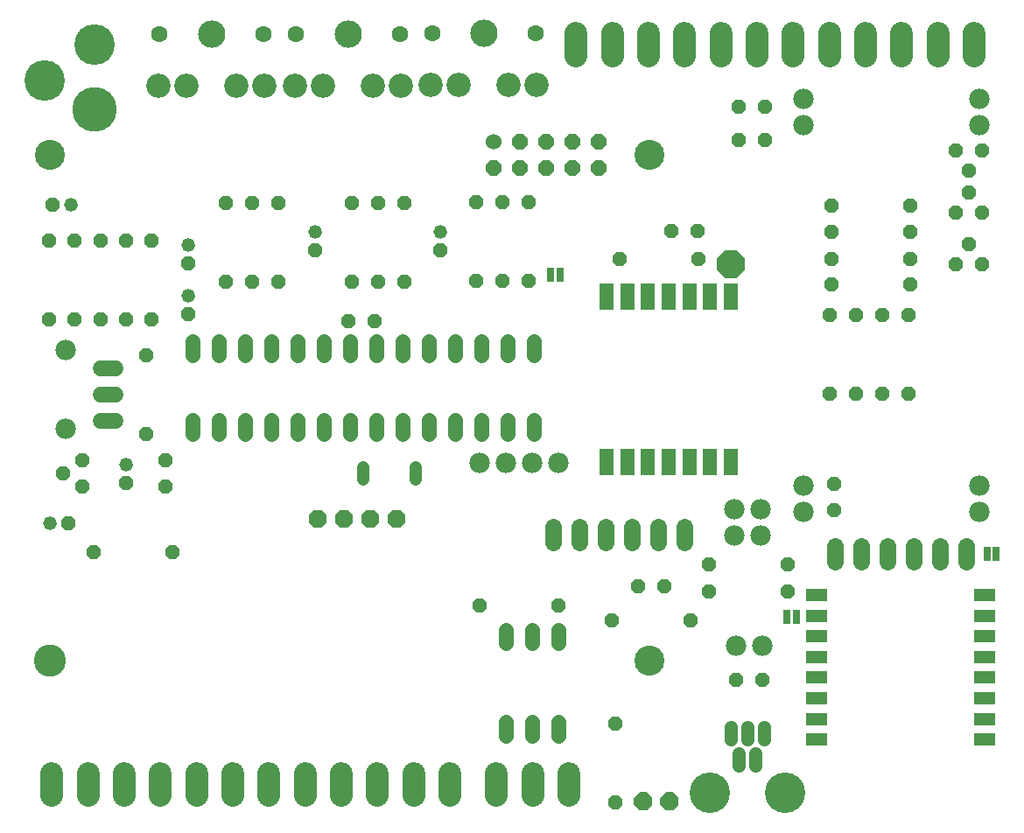
<source format=gts>
G75*
%MOIN*%
%OFA0B0*%
%FSLAX24Y24*%
%IPPOS*%
%LPD*%
%AMOC8*
5,1,8,0,0,1.08239X$1,22.5*
%
%ADD10C,0.1142*%
%ADD11C,0.1221*%
%ADD12C,0.0560*%
%ADD13OC8,0.0560*%
%ADD14C,0.0480*%
%ADD15OC8,0.0670*%
%ADD16OC8,0.1040*%
%ADD17R,0.0540X0.1040*%
%ADD18C,0.1540*%
%ADD19C,0.0516*%
%ADD20C,0.1040*%
%ADD21C,0.0926*%
%ADD22C,0.0631*%
%ADD23OC8,0.0520*%
%ADD24C,0.0520*%
%ADD25C,0.1700*%
%ADD26C,0.1542*%
%ADD27C,0.0640*%
%ADD28C,0.0600*%
%ADD29OC8,0.0600*%
%ADD30C,0.0880*%
%ADD31C,0.0780*%
%ADD32C,0.0600*%
%ADD33R,0.0827X0.0512*%
%ADD34R,0.0290X0.0540*%
%ADD35OC8,0.0700*%
D10*
X024839Y007327D03*
X024839Y026618D03*
X002005Y026618D03*
D11*
X002005Y007327D03*
D12*
X007430Y015974D02*
X007430Y016494D01*
X008430Y016494D02*
X008430Y015974D01*
X009430Y015974D02*
X009430Y016494D01*
X010430Y016494D02*
X010430Y015974D01*
X011430Y015974D02*
X011430Y016494D01*
X012430Y016494D02*
X012430Y015974D01*
X013430Y015974D02*
X013430Y016494D01*
X014430Y016494D02*
X014430Y015974D01*
X015430Y015974D02*
X015430Y016494D01*
X016430Y016494D02*
X016430Y015974D01*
X017430Y015974D02*
X017430Y016494D01*
X018430Y016494D02*
X018430Y015974D01*
X019430Y015974D02*
X019430Y016494D01*
X020430Y016494D02*
X020430Y015974D01*
X020430Y018974D02*
X020430Y019494D01*
X019430Y019494D02*
X019430Y018974D01*
X018430Y018974D02*
X018430Y019494D01*
X017430Y019494D02*
X017430Y018974D01*
X016430Y018974D02*
X016430Y019494D01*
X015430Y019494D02*
X015430Y018974D01*
X014430Y018974D02*
X014430Y019494D01*
X013430Y019494D02*
X013430Y018974D01*
X012430Y018974D02*
X012430Y019494D01*
X011430Y019494D02*
X011430Y018974D01*
X010430Y018974D02*
X010430Y019494D01*
X009430Y019494D02*
X009430Y018974D01*
X008430Y018974D02*
X008430Y019494D01*
X007430Y019494D02*
X007430Y018974D01*
X019357Y008516D02*
X019357Y007996D01*
X020357Y007996D02*
X020357Y008516D01*
X021357Y008516D02*
X021357Y007996D01*
X021357Y004996D02*
X021357Y004476D01*
X020357Y004476D02*
X020357Y004996D01*
X019357Y004996D02*
X019357Y004476D01*
D13*
X023507Y004945D03*
X023507Y001945D03*
X028125Y006594D03*
X029125Y006594D03*
X026385Y008858D03*
X027075Y009982D03*
X027075Y010991D03*
X025396Y010180D03*
X024396Y010180D03*
X023385Y008858D03*
X021365Y009449D03*
X018365Y009449D03*
X030075Y009982D03*
X030075Y010991D03*
X031873Y013083D03*
X031873Y014083D03*
X031690Y017498D03*
X032690Y017498D03*
X033690Y017498D03*
X034690Y017498D03*
X034690Y020498D03*
X033690Y020498D03*
X032690Y020498D03*
X031690Y020498D03*
X031753Y021667D03*
X031751Y022638D03*
X031753Y023667D03*
X031753Y024667D03*
X034753Y024667D03*
X034753Y023667D03*
X034751Y022638D03*
X034753Y021667D03*
X036491Y022441D03*
X036991Y023191D03*
X037491Y022441D03*
X037491Y024409D03*
X036991Y025159D03*
X036491Y024409D03*
X036991Y026022D03*
X036491Y026772D03*
X037491Y026772D03*
X029223Y027165D03*
X028223Y027165D03*
X028223Y028445D03*
X029223Y028445D03*
X026664Y023720D03*
X025664Y023720D03*
X026680Y022638D03*
X023680Y022638D03*
X020225Y021809D03*
X019225Y021809D03*
X018225Y021809D03*
X015480Y021784D03*
X014480Y021784D03*
X013480Y021784D03*
X013361Y020276D03*
X014361Y020276D03*
X010680Y021784D03*
X009680Y021784D03*
X008680Y021784D03*
X005845Y020333D03*
X004877Y020333D03*
X003908Y020333D03*
X002936Y020350D03*
X001952Y020350D03*
X001952Y023350D03*
X002936Y023350D03*
X003908Y023333D03*
X004877Y023333D03*
X005845Y023333D03*
X008680Y024784D03*
X009680Y024784D03*
X010680Y024784D03*
X013480Y024784D03*
X014480Y024784D03*
X015480Y024784D03*
X018225Y024809D03*
X019225Y024809D03*
X020225Y024809D03*
X006381Y014969D03*
X006381Y013969D03*
X005667Y015984D03*
X003231Y014969D03*
X002481Y014469D03*
X003231Y013969D03*
X003660Y011484D03*
X006660Y011484D03*
X005667Y018984D03*
D14*
X013934Y014696D02*
X013934Y014256D01*
X015934Y014256D02*
X015934Y014696D01*
D15*
X015180Y012734D03*
X014180Y012734D03*
X013180Y012734D03*
X012180Y012734D03*
D16*
X027936Y022441D03*
D17*
X027922Y021218D03*
X027135Y021218D03*
X026347Y021218D03*
X025560Y021218D03*
X024773Y021218D03*
X023985Y021218D03*
X023198Y021218D03*
X023198Y014918D03*
X023985Y014918D03*
X024773Y014918D03*
X025560Y014918D03*
X026347Y014918D03*
X027135Y014918D03*
X027922Y014918D03*
D18*
X027110Y002299D03*
X029984Y002299D03*
D19*
X028862Y003339D02*
X028862Y003815D01*
X028547Y004327D02*
X028547Y004802D01*
X027917Y004802D02*
X027917Y004327D01*
X028232Y003815D02*
X028232Y003339D01*
X029177Y004327D02*
X029177Y004802D01*
D20*
X018512Y031231D03*
X013341Y031221D03*
X008141Y031221D03*
D21*
X009086Y029253D03*
X010149Y029253D03*
X011333Y029253D03*
X012396Y029253D03*
X014286Y029253D03*
X015349Y029253D03*
X016504Y029262D03*
X017567Y029262D03*
X019457Y029262D03*
X020520Y029262D03*
X007196Y029253D03*
X006133Y029253D03*
D22*
X006172Y031221D03*
X010109Y031221D03*
X011372Y031221D03*
X015309Y031221D03*
X016543Y031231D03*
X020480Y031231D03*
D23*
X016850Y022959D03*
X012100Y022959D03*
X007267Y022485D03*
X007267Y020543D03*
X002094Y024705D03*
X004904Y014119D03*
X002681Y012582D03*
D24*
X001981Y012582D03*
X004904Y014819D03*
X007267Y021243D03*
X007267Y023185D03*
X002794Y024705D03*
X012100Y023659D03*
X016850Y023659D03*
D25*
X003680Y028330D03*
D26*
X001790Y029452D03*
X003680Y030791D03*
D27*
X021149Y012427D02*
X021149Y011827D01*
X022149Y011827D02*
X022149Y012427D01*
X023149Y012427D02*
X023149Y011827D01*
X024149Y011827D02*
X024149Y012427D01*
X025149Y012427D02*
X025149Y011827D01*
X026149Y011827D02*
X026149Y012427D01*
X031893Y011717D02*
X031893Y011117D01*
X032893Y011117D02*
X032893Y011717D01*
X033893Y011717D02*
X033893Y011117D01*
X034893Y011117D02*
X034893Y011717D01*
X035893Y011717D02*
X035893Y011117D01*
X036893Y011117D02*
X036893Y011717D01*
D28*
X018902Y027118D03*
D29*
X018902Y026118D03*
X019902Y026118D03*
X020902Y026118D03*
X020902Y027118D03*
X019902Y027118D03*
X021902Y027118D03*
X022902Y027118D03*
X022902Y026118D03*
X021902Y026118D03*
D30*
X002070Y003038D02*
X002070Y002198D01*
X003448Y002198D02*
X003448Y003038D01*
X004826Y003038D02*
X004826Y002198D01*
X006204Y002198D02*
X006204Y003038D01*
X007582Y003038D02*
X007582Y002198D01*
X008960Y002198D02*
X008960Y003038D01*
X010337Y003030D02*
X010337Y002190D01*
X011715Y002190D02*
X011715Y003030D01*
X013093Y003030D02*
X013093Y002190D01*
X014471Y002190D02*
X014471Y003030D01*
X015849Y003030D02*
X015849Y002190D01*
X017227Y002190D02*
X017227Y003030D01*
X018999Y003030D02*
X018999Y002190D01*
X020377Y002190D02*
X020377Y003030D01*
X021755Y003030D02*
X021755Y002190D01*
X022030Y030387D02*
X022030Y031227D01*
X023408Y031227D02*
X023408Y030387D01*
X024786Y030387D02*
X024786Y031227D01*
X026164Y031227D02*
X026164Y030387D01*
X027542Y030387D02*
X027542Y031227D01*
X028920Y031227D02*
X028920Y030387D01*
X030298Y030387D02*
X030298Y031227D01*
X031676Y031227D02*
X031676Y030387D01*
X033054Y030387D02*
X033054Y031227D01*
X034432Y031227D02*
X034432Y030387D01*
X035810Y030387D02*
X035810Y031227D01*
X037188Y031227D02*
X037188Y030387D01*
D31*
X037385Y028756D03*
X037385Y027756D03*
X030692Y027756D03*
X030692Y028756D03*
X021341Y014862D03*
X020357Y014862D03*
X019357Y014862D03*
X018357Y014862D03*
X028055Y013109D03*
X028055Y012109D03*
X029055Y012109D03*
X029055Y013109D03*
X030692Y012992D03*
X030692Y013992D03*
X029119Y007905D03*
X028119Y007905D03*
X037385Y012992D03*
X037385Y013992D03*
X002574Y016181D03*
X002574Y019181D03*
D32*
X003937Y018484D02*
X004497Y018484D01*
X004497Y017484D02*
X003937Y017484D01*
X003937Y016484D02*
X004497Y016484D01*
D33*
X031204Y009843D03*
X031204Y009055D03*
X031204Y008268D03*
X031204Y007480D03*
X031204Y006693D03*
X031204Y005906D03*
X031204Y005118D03*
X031204Y004331D03*
X037582Y004331D03*
X037582Y005118D03*
X037582Y005906D03*
X037582Y006693D03*
X037582Y007480D03*
X037582Y008268D03*
X037582Y009055D03*
X037582Y009843D03*
D34*
X037674Y011407D03*
X038029Y011407D03*
X030411Y009007D03*
X030057Y009007D03*
X021420Y022047D03*
X021066Y022047D03*
D35*
X024582Y001969D03*
X025582Y001969D03*
M02*

</source>
